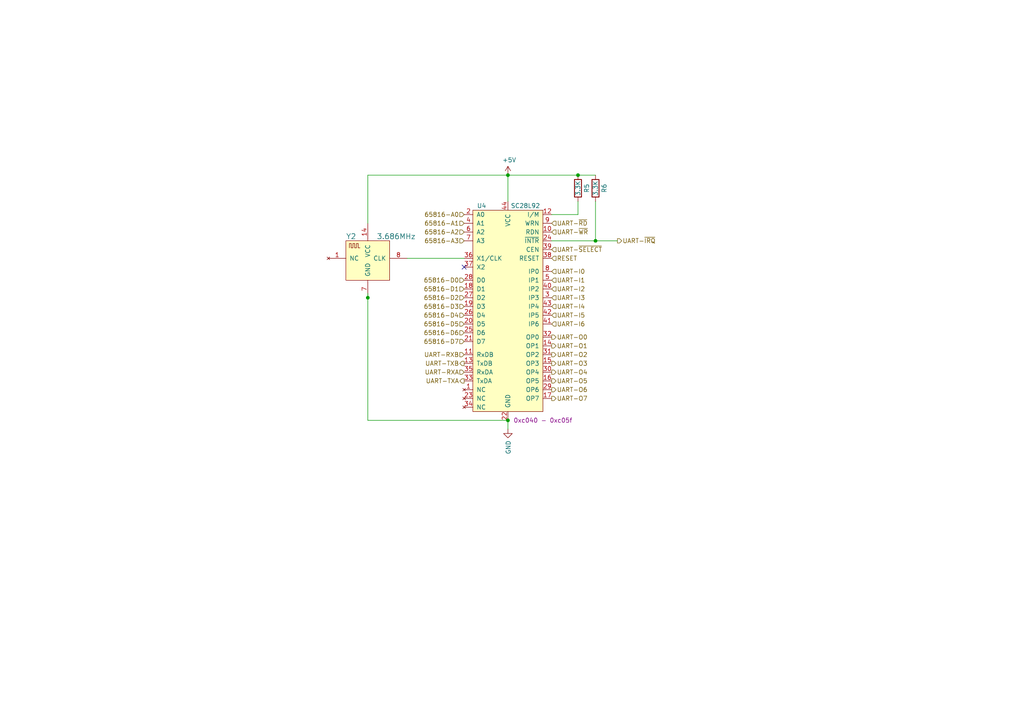
<source format=kicad_sch>
(kicad_sch (version 20211123) (generator eeschema)
  (paper "A4")
  (title_block (title "ROL") (date "2022-01-07") (rev "1.0"))
  (lib_symbols
    (symbol "Device:R" (pin_numbers hide) (pin_names (offset 0))
      (property "Reference" "R" (at 2.032 0 90))
      (property "Value" "R" (at 0 0 90))
      (symbol "R_0_1"
        (rectangle (start -1.016 -2.54) (end 1.016 2.54) (stroke (width 0.254)))
      )
      (symbol "R_1_1"
        (pin passive line (at 0 3.81 270) (length 1.27) (name "~") (number "1"))
        (pin passive line (at 0 -3.81 90) (length 1.27) (name "~") (number "2"))
      )
    )
    (symbol "power:+5V" (power) (pin_names (offset 0))
      (property "Value" "+5V" (at 0 3.556 0))
      (symbol "+5V_0_1"
        (polyline (pts (xy -0.762 1.27) (xy 0 2.54)))
        (polyline (pts (xy 0 0) (xy 0 2.54)))
        (polyline (pts (xy 0 2.54) (xy 0.762 1.27)))
      )
      (symbol "+5V_1_1"
        (pin power_in line (at 0 0 90) (length 0) hide (name "+5V") (number "1"))
      )
    )
    (symbol "power:GND" (power) (pin_names (offset 0))
      (property "Value" "GND" (at 0 -3.81 0))
      (symbol "GND_0_1"
        (polyline (pts (xy 0 0) (xy 0 -1.27) (xy 1.27 -1.27) (xy 0 -2.54) (xy -1.27 -1.27) (xy 0 -1.27)))
      )
      (symbol "GND_1_1"
        (pin power_in line (at 0 0 270) (length 0) hide (name "GND") (number "1"))
      )
    )
    (symbol "rol:Oscillator" (pin_names (offset 1.016))
      (property "Reference" "Y" (at -6.35 5.08 0))
      (property "Value" "Oscillator" (at 7.62 6.35 0))
      (symbol "Oscillator_0_1"
        (rectangle (start -6.35 5.08) (end 6.35 -6.35) (fill (type background)))
        (polyline (pts (xy -5.334 3.048) (xy -5.334 4.318) (xy -4.826 4.318) (xy -4.826 3.048) (xy -4.318 3.048) (xy -4.318 4.318) (xy -3.81 4.318) (xy -3.81 3.048) (xy -3.302 3.048) (xy -3.302 4.318) (xy -2.794 4.318) (xy -2.794 3.048) (xy -2.286 3.048)))
      )
      (symbol "Oscillator_1_1"
        (pin no_connect line (at -11.43 0 0) (length 5.08) (name "NC") (number "1"))
        (pin power_in line (at 0 10.16 270) (length 5.08) (name "VCC") (number "14"))
        (pin passive line (at 0 -11.43 90) (length 5.08) (name "GND") (number "7"))
        (pin output line (at 11.43 0 180) (length 5.08) (name "CLK") (number "8"))
      )
    )
    (symbol "rol:SC28L92" (pin_names (offset 1.016))
      (property "Reference" "U" (at -10.16 27.94 0))
      (property "Value" "SC28L92" (at 6.35 27.94 0))
      (symbol "SC28L92_0_1"
        (rectangle (start -10.16 26.67) (end 10.16 -31.75) (fill (type background)))
      )
      (symbol "SC28L92_1_1"
        (pin no_connect line (at -12.7 -25.4 0) (length 2.54) (name "NC") (number "1"))
        (pin input line (at 12.7 20.32 180) (length 2.54) (name "RDN") (number "10"))
        (pin input line (at -12.7 -15.24 0) (length 2.54) (name "RxDB") (number "11"))
        (pin input line (at 12.7 25.4 180) (length 2.54) (name "I/M") (number "12"))
        (pin output line (at -12.7 -17.78 0) (length 2.54) (name "TxDB") (number "13"))
        (pin output line (at 12.7 -12.7 180) (length 2.54) (name "OP1") (number "14"))
        (pin output line (at 12.7 -17.78 180) (length 2.54) (name "OP3") (number "15"))
        (pin output line (at 12.7 -22.86 180) (length 2.54) (name "OP5") (number "16"))
        (pin output line (at 12.7 -27.94 180) (length 2.54) (name "OP7") (number "17"))
        (pin bidirectional line (at -12.7 3.81 0) (length 2.54) (name "D1") (number "18"))
        (pin bidirectional line (at -12.7 -1.27 0) (length 2.54) (name "D3") (number "19"))
        (pin input line (at -12.7 25.4 0) (length 2.54) (name "A0") (number "2"))
        (pin bidirectional line (at -12.7 -6.35 0) (length 2.54) (name "D5") (number "20"))
        (pin bidirectional line (at -12.7 -11.43 0) (length 2.54) (name "D7") (number "21"))
        (pin power_in line (at 0 -34.29 90) (length 2.54) (name "GND") (number "22"))
        (pin no_connect line (at -12.7 -27.94 0) (length 2.54) (name "NC") (number "23"))
        (pin output line (at 12.7 17.78 180) (length 2.54) (name "~{INTR}") (number "24"))
        (pin bidirectional line (at -12.7 -8.89 0) (length 2.54) (name "D6") (number "25"))
        (pin bidirectional line (at -12.7 -3.81 0) (length 2.54) (name "D4") (number "26"))
        (pin bidirectional line (at -12.7 1.27 0) (length 2.54) (name "D2") (number "27"))
        (pin bidirectional line (at -12.7 6.35 0) (length 2.54) (name "D0") (number "28"))
        (pin output line (at 12.7 -25.4 180) (length 2.54) (name "OP6") (number "29"))
        (pin input line (at 12.7 1.27 180) (length 2.54) (name "IP3") (number "3"))
        (pin output line (at 12.7 -20.32 180) (length 2.54) (name "OP4") (number "30"))
        (pin output line (at 12.7 -15.24 180) (length 2.54) (name "OP2") (number "31"))
        (pin output line (at 12.7 -10.16 180) (length 2.54) (name "OP0") (number "32"))
        (pin output line (at -12.7 -22.86 0) (length 2.54) (name "TxDA") (number "33"))
        (pin no_connect line (at -12.7 -30.48 0) (length 2.54) (name "NC") (number "34"))
        (pin input line (at -12.7 -20.32 0) (length 2.54) (name "RxDA") (number "35"))
        (pin input line (at -12.7 12.7 0) (length 2.54) (name "X1/CLK") (number "36"))
        (pin input line (at -12.7 10.16 0) (length 2.54) (name "X2") (number "37"))
        (pin input line (at 12.7 12.7 180) (length 2.54) (name "RESET") (number "38"))
        (pin input line (at 12.7 15.24 180) (length 2.54) (name "CEN") (number "39"))
        (pin input line (at -12.7 22.86 0) (length 2.54) (name "A1") (number "4"))
        (pin input line (at 12.7 3.81 180) (length 2.54) (name "IP2") (number "40"))
        (pin input line (at 12.7 -6.35 180) (length 2.54) (name "IP6") (number "41"))
        (pin input line (at 12.7 -3.81 180) (length 2.54) (name "IP5") (number "42"))
        (pin input line (at 12.7 -1.27 180) (length 2.54) (name "IP4") (number "43"))
        (pin power_in line (at 0 29.21 270) (length 2.54) (name "VCC") (number "44"))
        (pin input line (at 12.7 6.35 180) (length 2.54) (name "IP1") (number "5"))
        (pin input line (at -12.7 20.32 0) (length 2.54) (name "A2") (number "6"))
        (pin input line (at -12.7 17.78 0) (length 2.54) (name "A3") (number "7"))
        (pin input line (at 12.7 8.89 180) (length 2.54) (name "IP0") (number "8"))
        (pin input line (at 12.7 22.86 180) (length 2.54) (name "WRN") (number "9"))
      )
    )
  )
  (junction (at 106.68 86.36))
  (junction (at 167.64 50.8))
  (junction (at 147.32 50.8))
  (junction (at 172.72 69.85))
  (junction (at 147.32 121.92))
  (no_connect (at 134.62 77.47))
  (wire (pts (xy 167.64 62.23) (xy 160.02 62.23)))
  (wire (pts (xy 172.72 58.42) (xy 172.72 69.85)))
  (wire (pts (xy 147.32 58.42) (xy 147.32 50.8)))
  (wire (pts (xy 106.68 50.8) (xy 106.68 64.77)))
  (wire (pts (xy 147.32 50.8) (xy 106.68 50.8)))
  (wire (pts (xy 172.72 69.85) (xy 179.07 69.85)))
  (wire (pts (xy 147.32 121.92) (xy 147.32 124.46)))
  (wire (pts (xy 167.64 58.42) (xy 167.64 62.23)))
  (wire (pts (xy 106.68 86.36) (xy 106.68 121.92)))
  (wire (pts (xy 167.64 50.8) (xy 172.72 50.8)))
  (wire (pts (xy 118.11 74.93) (xy 134.62 74.93)))
  (wire (pts (xy 106.68 121.92) (xy 147.32 121.92)))
  (wire (pts (xy 147.32 50.8) (xy 167.64 50.8)))
  (wire (pts (xy 160.02 69.85) (xy 172.72 69.85)))
  (wire (pts (xy 106.68 85.09) (xy 106.68 86.36)))
  (hierarchical_label "65816-D7" (shape input) (at 134.62 99.06 180))
  (hierarchical_label "65816-D4" (shape input) (at 134.62 91.44 180))
  (hierarchical_label "UART-I6" (shape input) (at 160.02 93.98 0))
  (hierarchical_label "65816-D5" (shape input) (at 134.62 93.98 180))
  (hierarchical_label "65816-D2" (shape input) (at 134.62 86.36 180))
  (hierarchical_label "UART-~{IRQ}" (shape output) (at 179.07 69.85 0))
  (hierarchical_label "65816-D1" (shape input) (at 134.62 83.82 180))
  (hierarchical_label "UART-O0" (shape output) (at 160.02 97.79 0))
  (hierarchical_label "UART-I2" (shape input) (at 160.02 83.82 0))
  (hierarchical_label "65816-A3" (shape input) (at 134.62 69.85 180))
  (hierarchical_label "UART-TXA" (shape output) (at 134.62 110.49 180))
  (hierarchical_label "UART-I5" (shape input) (at 160.02 91.44 0))
  (hierarchical_label "UART-~{SELECT}" (shape input) (at 160.02 72.39 0))
  (hierarchical_label "65816-A1" (shape input) (at 134.62 64.77 180))
  (hierarchical_label "UART-TXB" (shape output) (at 134.62 105.41 180))
  (hierarchical_label "UART-O4" (shape output) (at 160.02 107.95 0))
  (hierarchical_label "UART-RXA" (shape input) (at 134.62 107.95 180))
  (hierarchical_label "UART-O3" (shape output) (at 160.02 105.41 0))
  (hierarchical_label "UART-I0" (shape input) (at 160.02 78.74 0))
  (hierarchical_label "UART-I1" (shape input) (at 160.02 81.28 0))
  (hierarchical_label "UART-O1" (shape output) (at 160.02 100.33 0))
  (hierarchical_label "65816-A0" (shape input) (at 134.62 62.23 180))
  (hierarchical_label "UART-I3" (shape input) (at 160.02 86.36 0))
  (hierarchical_label "65816-D3" (shape input) (at 134.62 88.9 180))
  (hierarchical_label "65816-A2" (shape input) (at 134.62 67.31 180))
  (hierarchical_label "UART-I4" (shape input) (at 160.02 88.9 0))
  (hierarchical_label "UART-O2" (shape output) (at 160.02 102.87 0))
  (hierarchical_label "65816-D6" (shape input) (at 134.62 96.52 180))
  (hierarchical_label "UART-RXB" (shape input) (at 134.62 102.87 180))
  (hierarchical_label "RESET" (shape input) (at 160.02 74.93 0))
  (hierarchical_label "UART-O7" (shape output) (at 160.02 115.57 0))
  (hierarchical_label "UART-~{RD}" (shape input) (at 160.02 64.77 0))
  (hierarchical_label "UART-O6" (shape output) (at 160.02 113.03 0))
  (hierarchical_label "UART-~{WR}" (shape input) (at 160.02 67.31 0))
  (hierarchical_label "65816-D0" (shape input) (at 134.62 81.28 180))
  (hierarchical_label "UART-O5" (shape output) (at 160.02 110.49 0))
  (symbol (lib_id "rol:SC28L92") (at 147.32 87.63 0) (unit 1)
    (property "Reference" "U4" (at 139.7 59.69 0))
    (property "Value" "SC28L92" (at 152.4 59.69 0))
    (property "Address" "0xc040 - 0xc05f" (at 157.48 121.92 0))
  )
  (symbol (lib_id "power:GND") (at 147.32 124.46 0)
    (property "Reference" "#PWR010" (effects hide))
    (property "Value" "GND" (at 147.447 127.7112 90) (effects (justify right)))
  )
  (symbol (lib_id "Device:R") (at 172.72 54.61 0) (unit 1)
    (property "Reference" "R6" (at 175.26 54.61 90))
    (property "Value" "3.3K" (at 172.72 54.61 90))
  )
  (symbol (lib_id "power:+5V") (at 147.32 50.8 0) (unit 1)
    (property "Reference" "#PWR09" (effects hide))
    (property "Value" "+5V" (at 147.701 46.4058 0))
  )
  (symbol (lib_id "Device:R") (at 167.64 54.61 0) (unit 1)
    (property "Reference" "R5" (at 170.18 54.61 90))
    (property "Value" "3.3K" (at 167.64 54.61 90))
  )
  (symbol (lib_id "rol:Oscillator") (at 106.68 74.93 0) (unit 1)
    (property "Reference" "Y2" (at 100.33 68.58 0) (effects (font (size 1.524 1.524)) (justify left)))
    (property "Value" "3.686MHz" (at 109.22 68.58 0) (effects (font (size 1.524 1.524)) (justify left)))
  )
)
</source>
